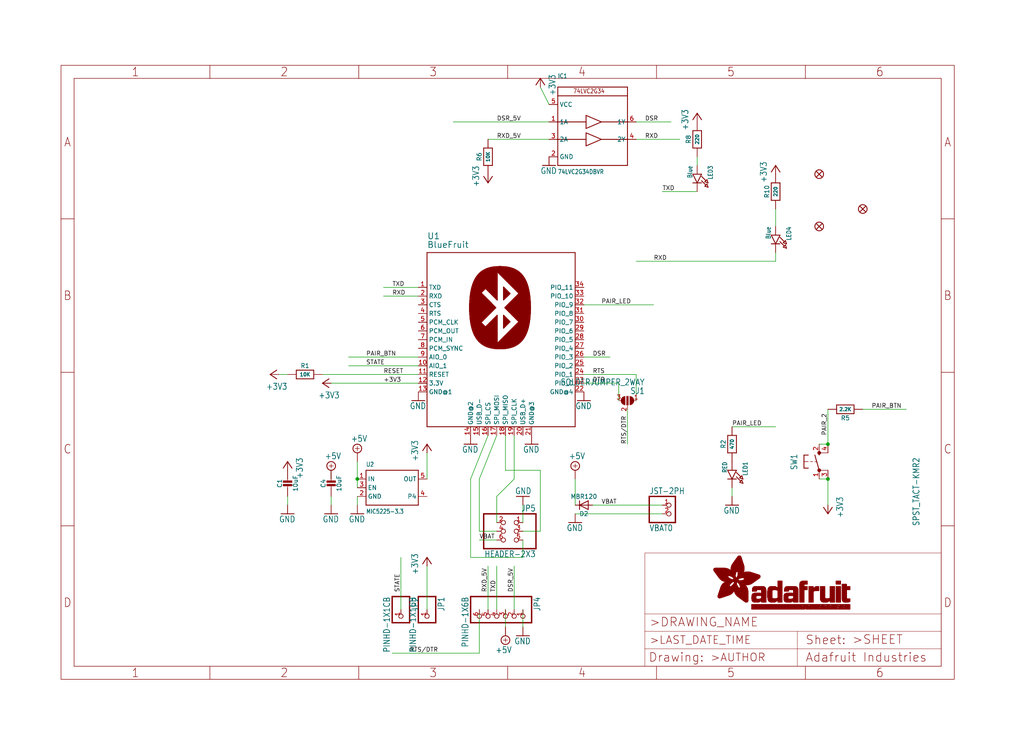
<source format=kicad_sch>
(kicad_sch (version 20211123) (generator eeschema)
  (paper "User" 298.45 217.881)
  (lib_symbols
    (symbol "eagleSchem-eagle-import:+3V3" (power)
      (property "Value" "+3V3" (at -2.54 -5.08 90))
      (symbol "+3V3_1_0"
        (pin power_in line (at 0 -2.54 90) (length 2.54) (name "+3V3") (number "1"))
      )
    )
    (symbol "eagleSchem-eagle-import:+5V" (power)
      (property "Value" "+5V" (at -1.905 3.175 0))
      (symbol "+5V_1_0"
        (pin power_in line (at 0 -2.54 90) (length 2.54) (name "+5V") (number "1"))
      )
    )
    (symbol "eagleSchem-eagle-import:74LVC2G34DBVR"
      (property "Reference" "IC" (at -7.62 15.24 0))
      (property "Value" "74LVC2G34DBVR" (at -7.62 -12.7 0))
      (symbol "74LVC2G34DBVR_1_0"
        (text "74LVC2G34" (at -3.175 10.795 0) (effects (font (size 1.27 1.0795)) (justify left bottom)))
        (pin input line (at -10.16 2.54 0) (length 2.54) (name "1A") (number "1"))
        (pin power_in line (at -10.16 -7.62 0) (length 2.54) (name "GND") (number "2"))
        (pin input line (at -10.16 -2.54 0) (length 2.54) (name "2A") (number "3"))
        (pin output line (at 15.24 -2.54 180) (length 2.54) (name "2Y") (number "4"))
        (pin power_in line (at -10.16 7.62 0) (length 2.54) (name "VCC") (number "5"))
        (pin output line (at 15.24 2.54 180) (length 2.54) (name "1Y") (number "6"))
      )
    )
    (symbol "eagleSchem-eagle-import:BLUETOOTH_MODULE"
      (property "Reference" "U" (at -20.32 29.21 0))
      (property "Value" "BLUETOOTH_MODULE" (at -20.32 26.67 0))
      (symbol "BLUETOOTH_MODULE_1_0"
        (pin bidirectional line (at -22.86 15.24 0) (length 2.54) (name "TXD") (number "1"))
        (pin bidirectional line (at -22.86 -7.62 0) (length 2.54) (name "AIO_1") (number "10"))
        (pin bidirectional line (at -22.86 -10.16 0) (length 2.54) (name "RESET") (number "11"))
        (pin power_in line (at -22.86 -12.7 0) (length 2.54) (name "3.3V") (number "12"))
        (pin power_in line (at -22.86 -15.24 0) (length 2.54) (name "GND@1") (number "13"))
        (pin power_in line (at -7.62 -27.94 90) (length 2.54) (name "GND@2") (number "14"))
        (pin bidirectional line (at -5.08 -27.94 90) (length 2.54) (name "USB_D-") (number "15"))
        (pin bidirectional line (at -2.54 -27.94 90) (length 2.54) (name "SPI_CS") (number "16"))
        (pin bidirectional line (at 0 -27.94 90) (length 2.54) (name "SPI_MOSI") (number "17"))
        (pin bidirectional line (at 2.54 -27.94 90) (length 2.54) (name "SPI_MISO") (number "18"))
        (pin bidirectional line (at 5.08 -27.94 90) (length 2.54) (name "SPI_CLK") (number "19"))
        (pin bidirectional line (at -22.86 12.7 0) (length 2.54) (name "RXD") (number "2"))
        (pin bidirectional line (at 7.62 -27.94 90) (length 2.54) (name "USB_D+") (number "20"))
        (pin power_in line (at 10.16 -27.94 90) (length 2.54) (name "GND@3") (number "21"))
        (pin power_in line (at 25.4 -15.24 180) (length 2.54) (name "GND@4") (number "22"))
        (pin bidirectional line (at 25.4 -12.7 180) (length 2.54) (name "PIO_0") (number "23"))
        (pin bidirectional line (at 25.4 -10.16 180) (length 2.54) (name "PIO_1") (number "24"))
        (pin bidirectional line (at 25.4 -7.62 180) (length 2.54) (name "PIO_2") (number "25"))
        (pin bidirectional line (at 25.4 -5.08 180) (length 2.54) (name "PIO_3") (number "26"))
        (pin bidirectional line (at 25.4 -2.54 180) (length 2.54) (name "PIO_4") (number "27"))
        (pin bidirectional line (at 25.4 0 180) (length 2.54) (name "PIO_5") (number "28"))
        (pin bidirectional line (at 25.4 2.54 180) (length 2.54) (name "PIO_6") (number "29"))
        (pin bidirectional line (at -22.86 10.16 0) (length 2.54) (name "CTS") (number "3"))
        (pin bidirectional line (at 25.4 5.08 180) (length 2.54) (name "PIO_7") (number "30"))
        (pin bidirectional line (at 25.4 7.62 180) (length 2.54) (name "PIO_8") (number "31"))
        (pin bidirectional line (at 25.4 10.16 180) (length 2.54) (name "PIO_9") (number "32"))
        (pin bidirectional line (at 25.4 12.7 180) (length 2.54) (name "PIO_10") (number "33"))
        (pin bidirectional line (at 25.4 15.24 180) (length 2.54) (name "PIO_11") (number "34"))
        (pin bidirectional line (at -22.86 7.62 0) (length 2.54) (name "RTS") (number "4"))
        (pin bidirectional line (at -22.86 5.08 0) (length 2.54) (name "PCM_CLK") (number "5"))
        (pin bidirectional line (at -22.86 2.54 0) (length 2.54) (name "PCM_OUT") (number "6"))
        (pin bidirectional line (at -22.86 0 0) (length 2.54) (name "PCM_IN") (number "7"))
        (pin bidirectional line (at -22.86 -2.54 0) (length 2.54) (name "PCM_SYNC") (number "8"))
        (pin bidirectional line (at -22.86 -5.08 0) (length 2.54) (name "AIO_0") (number "9"))
      )
    )
    (symbol "eagleSchem-eagle-import:CAP_CERAMIC0805-NOOUTLINE"
      (property "Reference" "C" (at -2.29 1.25 90))
      (property "Value" "CAP_CERAMIC0805-NOOUTLINE" (at 2.3 1.25 90))
      (symbol "CAP_CERAMIC0805-NOOUTLINE_1_0"
        (pin passive line (at 0 5.08 270) (length 2.54) (name "1") (number "1"))
        (pin passive line (at 0 -2.54 90) (length 2.54) (name "2") (number "2"))
      )
    )
    (symbol "eagleSchem-eagle-import:DIODESOD-123"
      (property "Reference" "D" (at 0 2.54 0))
      (property "Value" "DIODESOD-123" (at 0 -2.5 0))
      (symbol "DIODESOD-123_1_0"
        (pin passive line (at -2.54 0 0) (length 2.54) (name "A") (number "A"))
        (pin passive line (at 2.54 0 180) (length 2.54) (name "C") (number "C"))
      )
    )
    (symbol "eagleSchem-eagle-import:FIDUCIAL{dblquote}{dblquote}")
    (symbol "eagleSchem-eagle-import:FRAME_A4_ADAFRUIT"
      (symbol "FRAME_A4_ADAFRUIT_1_0"
        (text "1" (at 21.6958 1.905 0) (effects (font (size 2.54 2.286))))
        (text "1" (at 21.6958 177.165 0) (effects (font (size 2.54 2.286))))
        (text "2" (at 65.0875 1.905 0) (effects (font (size 2.54 2.286))))
        (text "2" (at 65.0875 177.165 0) (effects (font (size 2.54 2.286))))
        (text "3" (at 108.4792 1.905 0) (effects (font (size 2.54 2.286))))
        (text "3" (at 108.4792 177.165 0) (effects (font (size 2.54 2.286))))
        (text "4" (at 151.8708 1.905 0) (effects (font (size 2.54 2.286))))
        (text "4" (at 151.8708 177.165 0) (effects (font (size 2.54 2.286))))
        (text "5" (at 195.2625 1.905 0) (effects (font (size 2.54 2.286))))
        (text "5" (at 195.2625 177.165 0) (effects (font (size 2.54 2.286))))
        (text "6" (at 238.6542 1.905 0) (effects (font (size 2.54 2.286))))
        (text "6" (at 238.6542 177.165 0) (effects (font (size 2.54 2.286))))
        (text ">AUTHOR" (at 189.23 5.08 0) (effects (font (size 2.286 2.286)) (justify left bottom)))
        (text ">DRAWING_NAME" (at 171.45 15.24 0) (effects (font (size 2.54 2.54)) (justify left bottom)))
        (text ">LAST_DATE_TIME" (at 171.45 10.16 0) (effects (font (size 2.286 2.286)) (justify left bottom)))
        (text ">SHEET" (at 230.505 10.16 0) (effects (font (size 2.54 2.54)) (justify left bottom)))
        (text "A" (at 1.905 156.6863 0) (effects (font (size 2.54 2.286))))
        (text "A" (at 258.445 156.6863 0) (effects (font (size 2.54 2.286))))
        (text "Adafruit Industries" (at 216.916 4.953 0) (effects (font (size 2.54 2.54)) (justify left bottom)))
        (text "B" (at 1.905 111.9188 0) (effects (font (size 2.54 2.286))))
        (text "B" (at 258.445 111.9188 0) (effects (font (size 2.54 2.286))))
        (text "C" (at 1.905 67.1513 0) (effects (font (size 2.54 2.286))))
        (text "C" (at 258.445 67.1513 0) (effects (font (size 2.54 2.286))))
        (text "D" (at 1.905 22.3838 0) (effects (font (size 2.54 2.286))))
        (text "D" (at 258.445 22.3838 0) (effects (font (size 2.54 2.286))))
        (text "Drawing:" (at 171.196 4.953 0) (effects (font (size 2.54 2.54)) (justify left bottom)))
        (text "Sheet:" (at 216.916 10.033 0) (effects (font (size 2.54 2.54)) (justify left bottom)))
      )
    )
    (symbol "eagleSchem-eagle-import:GND" (power)
      (property "Value" "GND" (at -2.54 -2.54 0))
      (symbol "GND_1_0"
        (pin power_in line (at 0 2.54 270) (length 2.54) (name "GND") (number "1"))
      )
    )
    (symbol "eagleSchem-eagle-import:HEADER-2X3"
      (property "Reference" "JP" (at -8.89 5.715 0))
      (property "Value" "HEADER-2X3" (at -8.89 -7.62 0))
      (symbol "HEADER-2X3_1_0"
        (pin passive inverted (at -5.08 2.54 0) (length 2.54) (name "1") (number "1"))
        (pin passive inverted (at 2.54 2.54 180) (length 2.54) (name "2") (number "2"))
        (pin passive inverted (at -5.08 0 0) (length 2.54) (name "3") (number "3"))
        (pin passive inverted (at 2.54 0 180) (length 2.54) (name "4") (number "4"))
        (pin passive inverted (at -5.08 -2.54 0) (length 2.54) (name "5") (number "5"))
        (pin passive inverted (at 2.54 -2.54 180) (length 2.54) (name "6") (number "6"))
      )
    )
    (symbol "eagleSchem-eagle-import:JST_2PIN-SMT-RA"
      (property "Reference" "CN" (at -6.35 5.715 0))
      (property "Value" "JST_2PIN-SMT-RA" (at -6.35 -5.08 0))
      (symbol "JST_2PIN-SMT-RA_1_0"
        (pin passive inverted (at -2.54 0 0) (length 2.54) (name "2") (number "1"))
        (pin passive inverted (at -2.54 2.54 0) (length 2.54) (name "1") (number "2"))
      )
    )
    (symbol "eagleSchem-eagle-import:LED0805_NOOUTLINE"
      (property "Reference" "LED" (at -5.08 3.175 0))
      (property "Value" "LED0805_NOOUTLINE" (at -5.08 -2.794 0))
      (symbol "LED0805_NOOUTLINE_1_0"
        (pin passive line (at -5.08 0 0) (length 2.54) (name "A") (number "A"))
        (pin passive line (at 2.54 0 180) (length 2.54) (name "C") (number "C"))
      )
    )
    (symbol "eagleSchem-eagle-import:PINHD-1X1CB"
      (property "Reference" "JP" (at -6.35 3.175 0))
      (property "Value" "PINHD-1X1CB" (at -6.35 -5.08 0))
      (symbol "PINHD-1X1CB_1_0"
        (pin passive inverted (at -2.54 0 0) (length 2.54) (name "1") (number "1"))
      )
    )
    (symbol "eagleSchem-eagle-import:PINHD-1X6B"
      (property "Reference" "JP" (at -6.35 10.795 0))
      (property "Value" "PINHD-1X6B" (at -6.35 -10.16 0))
      (symbol "PINHD-1X6B_1_0"
        (pin passive inverted (at -2.54 7.62 0) (length 2.54) (name "1") (number "1"))
        (pin passive inverted (at -2.54 5.08 0) (length 2.54) (name "2") (number "2"))
        (pin passive inverted (at -2.54 2.54 0) (length 2.54) (name "3") (number "3"))
        (pin passive inverted (at -2.54 0 0) (length 2.54) (name "4") (number "4"))
        (pin passive inverted (at -2.54 -2.54 0) (length 2.54) (name "5") (number "5"))
        (pin passive inverted (at -2.54 -5.08 0) (length 2.54) (name "6") (number "6"))
      )
    )
    (symbol "eagleSchem-eagle-import:RESISTOR0805_NOOUTLINE"
      (property "Reference" "R" (at 0 2.54 0))
      (property "Value" "RESISTOR0805_NOOUTLINE" (at 0 0 0))
      (symbol "RESISTOR0805_NOOUTLINE_1_0"
        (pin passive line (at -5.08 0 0) (length 2.54) (name "1") (number "1"))
        (pin passive line (at 5.08 0 180) (length 2.54) (name "2") (number "2"))
      )
    )
    (symbol "eagleSchem-eagle-import:RESISTOR_0805MP"
      (property "Reference" "R" (at 0 2.54 0))
      (property "Value" "RESISTOR_0805MP" (at 0 0 0))
      (symbol "RESISTOR_0805MP_1_0"
        (pin passive line (at -5.08 0 0) (length 2.54) (name "1") (number "1"))
        (pin passive line (at 5.08 0 180) (length 2.54) (name "2") (number "2"))
      )
    )
    (symbol "eagleSchem-eagle-import:SOLDERJUMPER_2WAY"
      (property "Reference" "SJ" (at -5.08 -3.81 0))
      (property "Value" "SOLDERJUMPER_2WAY" (at -5.08 -6.35 0))
      (symbol "SOLDERJUMPER_2WAY_1_0"
        (pin passive line (at -2.54 0 0) (length 0) (name "1") (number "1"))
        (pin passive line (at 0 2.54 270) (length 0) (name "2") (number "2"))
        (pin passive line (at 2.54 0 180) (length 0) (name "3") (number "3"))
      )
    )
    (symbol "eagleSchem-eagle-import:SPST_TACT-KMR2"
      (property "Reference" "SW" (at -6.35 -2.54 90))
      (property "Value" "SPST_TACT-KMR2" (at -3.81 3.175 90))
      (symbol "SPST_TACT-KMR2_1_0"
        (pin passive line (at 0 -5.08 90) (length 2.54) (name "P") (number "1"))
        (pin passive line (at 0 5.08 270) (length 2.54) (name "S") (number "2"))
        (pin passive line (at 2.54 -5.08 90) (length 2.54) (name "P1") (number "3"))
        (pin passive line (at 2.54 5.08 270) (length 2.54) (name "S1") (number "4"))
      )
    )
    (symbol "eagleSchem-eagle-import:VREG_SOT23-5"
      (property "Reference" "U" (at -7.62 6.096 0))
      (property "Value" "VREG_SOT23-5" (at -7.62 -7.62 0))
      (symbol "VREG_SOT23-5_1_0"
        (pin power_in line (at -10.16 2.54 0) (length 2.54) (name "IN") (number "1"))
        (pin power_in line (at -10.16 -2.54 0) (length 2.54) (name "GND") (number "2"))
        (pin input line (at -10.16 0 0) (length 2.54) (name "EN") (number "3"))
        (pin bidirectional line (at 10.16 -2.54 180) (length 2.54) (name "P4") (number "4"))
        (pin power_in line (at 10.16 2.54 180) (length 2.54) (name "OUT") (number "5"))
      )
    )
  )
  (junction (at 241.3 139.7))
  (junction (at 241.3 129.54))
  (junction (at 104.14 139.7))
  (wire (pts (xy 185.42 109.22) (xy 185.42 116.84)))
  (wire (pts (xy 180.34 111.76) (xy 170.18 111.76)))
  (wire (pts (xy 96.52 111.76) (xy 121.92 111.76)))
  (wire (pts (xy 144.78 144.78) (xy 149.86 139.7)))
  (wire (pts (xy 226.06 66.04) (xy 226.06 60.96)))
  (wire (pts (xy 241.3 129.54) (xy 241.3 119.38)))
  (wire (pts (xy 157.48 154.94) (xy 152.4 154.94)))
  (wire (pts (xy 124.46 165.1) (xy 124.46 177.8)))
  (wire (pts (xy 144.78 177.8) (xy 144.78 165.1)))
  (wire (pts (xy 167.64 139.7) (xy 167.64 147.32)))
  (wire (pts (xy 139.7 139.7) (xy 144.78 127)))
  (wire (pts (xy 139.7 190.5) (xy 114.3 190.5)))
  (wire (pts (xy 142.24 127) (xy 137.16 139.7)))
  (wire (pts (xy 83.82 109.22) (xy 81.28 109.22)))
  (wire (pts (xy 203.2 48.26) (xy 203.2 45.72)))
  (wire (pts (xy 152.4 157.48) (xy 152.4 162.56)))
  (wire (pts (xy 238.76 139.7) (xy 241.3 139.7)))
  (wire (pts (xy 152.4 182.88) (xy 152.4 177.8)))
  (wire (pts (xy 182.88 119.38) (xy 182.88 129.54)))
  (wire (pts (xy 144.78 152.4) (xy 144.78 144.78)))
  (wire (pts (xy 185.42 40.64) (xy 198.12 40.64)))
  (wire (pts (xy 241.3 147.32) (xy 241.3 139.7)))
  (wire (pts (xy 96.52 147.32) (xy 96.52 144.78)))
  (wire (pts (xy 121.92 109.22) (xy 93.98 109.22)))
  (wire (pts (xy 149.86 177.8) (xy 149.86 165.1)))
  (wire (pts (xy 152.4 147.32) (xy 152.4 152.4)))
  (wire (pts (xy 157.48 25.4) (xy 160.02 30.48)))
  (wire (pts (xy 104.14 134.62) (xy 104.14 139.7)))
  (wire (pts (xy 170.18 88.9) (xy 190.5 88.9)))
  (wire (pts (xy 180.34 111.76) (xy 180.34 116.84)))
  (wire (pts (xy 96.52 139.7) (xy 96.52 137.16)))
  (wire (pts (xy 172.72 147.32) (xy 193.04 147.32)))
  (wire (pts (xy 185.42 35.56) (xy 195.58 35.56)))
  (wire (pts (xy 124.46 132.08) (xy 124.46 139.7)))
  (wire (pts (xy 170.18 109.22) (xy 185.42 109.22)))
  (wire (pts (xy 213.36 124.46) (xy 226.06 124.46)))
  (wire (pts (xy 149.86 139.7) (xy 149.86 127)))
  (wire (pts (xy 167.64 149.86) (xy 193.04 149.86)))
  (wire (pts (xy 147.32 182.88) (xy 147.32 177.8)))
  (wire (pts (xy 226.06 76.2) (xy 185.42 76.2)))
  (wire (pts (xy 160.02 40.64) (xy 142.24 40.64)))
  (wire (pts (xy 139.7 177.8) (xy 139.7 190.5)))
  (wire (pts (xy 226.06 76.2) (xy 226.06 73.66)))
  (wire (pts (xy 238.76 129.54) (xy 241.3 129.54)))
  (wire (pts (xy 157.48 137.16) (xy 157.48 154.94)))
  (wire (pts (xy 104.14 147.32) (xy 104.14 144.78)))
  (wire (pts (xy 137.16 162.56) (xy 137.16 139.7)))
  (wire (pts (xy 142.24 177.8) (xy 142.24 165.1)))
  (wire (pts (xy 116.84 177.8) (xy 116.84 162.56)))
  (wire (pts (xy 170.18 104.14) (xy 177.8 104.14)))
  (wire (pts (xy 203.2 55.88) (xy 193.04 55.88)))
  (wire (pts (xy 139.7 139.7) (xy 139.7 154.94)))
  (wire (pts (xy 104.14 139.7) (xy 104.14 142.24)))
  (wire (pts (xy 121.92 106.68) (xy 101.6 106.68)))
  (wire (pts (xy 147.32 137.16) (xy 157.48 137.16)))
  (wire (pts (xy 147.32 137.16) (xy 147.32 127)))
  (wire (pts (xy 83.82 147.32) (xy 83.82 144.78)))
  (wire (pts (xy 251.46 119.38) (xy 264.16 119.38)))
  (wire (pts (xy 121.92 86.36) (xy 111.76 86.36)))
  (wire (pts (xy 121.92 83.82) (xy 111.76 83.82)))
  (wire (pts (xy 213.36 144.78) (xy 213.36 142.24)))
  (wire (pts (xy 139.7 154.94) (xy 144.78 154.94)))
  (wire (pts (xy 144.78 157.48) (xy 139.7 157.48)))
  (wire (pts (xy 152.4 162.56) (xy 137.16 162.56)))
  (wire (pts (xy 132.08 35.56) (xy 160.02 35.56)))
  (wire (pts (xy 121.92 104.14) (xy 101.6 104.14)))
  (label "PAIR_BTN" (at 254 119.38 0) (effects (font (size 1.2446 1.2446))))
  (label "RESET" (at 111.76 109.22 0) (effects (font (size 1.2446 1.2446))))
  (label "PAIR_LED" (at 213.36 124.46 0) (effects (font (size 1.2446 1.2446))))
  (label "PAIR_BTN" (at 106.68 104.14 0) (effects (font (size 1.2446 1.2446))))
  (label "PAIR_2" (at 241.3 127 90) (effects (font (size 1.2446 1.2446))))
  (label "RXD" (at 190.5 76.2 0) (effects (font (size 1.2446 1.2446))))
  (label "RXD" (at 187.96 40.64 0) (effects (font (size 1.2446 1.2446))))
  (label "RTS/DTR" (at 182.88 129.54 90) (effects (font (size 1.2446 1.2446))))
  (label "TXD" (at 144.78 172.72 90) (effects (font (size 1.2446 1.2446))))
  (label "PAIR_LED" (at 175.26 88.9 0) (effects (font (size 1.2446 1.2446))))
  (label "DSR" (at 187.96 35.56 0) (effects (font (size 1.2446 1.2446))))
  (label "VBAT" (at 139.7 157.48 0) (effects (font (size 1.2446 1.2446))))
  (label "RXD_5V" (at 144.78 40.64 0) (effects (font (size 1.2446 1.2446))))
  (label "VBAT" (at 175.26 147.32 0) (effects (font (size 1.2446 1.2446))))
  (label "DTR" (at 172.72 111.76 0) (effects (font (size 1.2446 1.2446))))
  (label "TXD" (at 114.3 83.82 0) (effects (font (size 1.2446 1.2446))))
  (label "STATE" (at 116.84 172.72 90) (effects (font (size 1.2446 1.2446))))
  (label "+3V3" (at 111.76 111.76 0) (effects (font (size 1.2446 1.2446))))
  (label "RXD_5V" (at 142.24 172.72 90) (effects (font (size 1.2446 1.2446))))
  (label "RXD" (at 114.3 86.36 0) (effects (font (size 1.2446 1.2446))))
  (label "DSR_5V" (at 144.78 35.56 0) (effects (font (size 1.2446 1.2446))))
  (label "RTS/DTR" (at 119.38 190.5 0) (effects (font (size 1.2446 1.2446))))
  (label "DSR" (at 172.72 104.14 0) (effects (font (size 1.2446 1.2446))))
  (label "STATE" (at 106.68 106.68 0) (effects (font (size 1.2446 1.2446))))
  (label "DSR_5V" (at 149.86 172.72 90) (effects (font (size 1.2446 1.2446))))
  (label "TXD" (at 193.04 55.88 0) (effects (font (size 1.2446 1.2446))))
  (label "RTS" (at 172.72 109.22 0) (effects (font (size 1.2446 1.2446))))
  (symbol (lib_id "eagleSchem-eagle-import:GND") (at 104.14 149.86 0) (unit 1)
    (property "Reference" "#GND6" (effects hide))
    (property "Value" "GND" (at 101.6 152.4 0) (effects (font (size 1.778 1.5113)) (justify left bottom)))
    (property "Footprint" "eagleSchem:" (effects hide))
  )
  (symbol (lib_id "eagleSchem-eagle-import:BLUETOOTH_MODULE") (at 144.78 99.06 0) (unit 1)
    (property "Reference" "U1" (at 124.46 69.85 0) (effects (font (size 1.778 1.778)) (justify left bottom)))
    (property "Value" "BlueFruit" (at 124.46 72.39 0) (effects (font (size 1.778 1.778)) (justify left bottom)))
    (property "Footprint" "eagleSchem:BLUETOOTH_MODULE" (effects hide))
  )
  (symbol (lib_id "eagleSchem-eagle-import:GND") (at 160.02 48.26 0) (unit 1)
    (property "Reference" "#GND12" (effects hide))
    (property "Value" "GND" (at 157.48 50.8 0) (effects (font (size 1.778 1.5113)) (justify left bottom)))
    (property "Footprint" "eagleSchem:" (effects hide))
  )
  (symbol (lib_id "eagleSchem-eagle-import:PINHD-1X1CB") (at 116.84 180.34 270) (unit 1)
    (property "Reference" "JP2" (at 120.015 173.99 0) (effects (font (size 1.778 1.5113)) (justify left bottom)))
    (property "Value" "PINHD-1X1CB" (at 111.76 173.99 0) (effects (font (size 1.778 1.5113)) (justify left bottom)))
    (property "Footprint" "eagleSchem:1X01-CLEANBIG" (effects hide))
  )
  (symbol (lib_id "eagleSchem-eagle-import:GND") (at 213.36 147.32 0) (unit 1)
    (property "Reference" "#GND10" (effects hide))
    (property "Value" "GND" (at 210.82 149.86 0) (effects (font (size 1.778 1.5113)) (justify left bottom)))
    (property "Footprint" "eagleSchem:" (effects hide))
  )
  (symbol (lib_id "eagleSchem-eagle-import:CAP_CERAMIC0805-NOOUTLINE") (at 96.52 142.24 0) (unit 1)
    (property "Reference" "C4" (at 94.23 140.99 90))
    (property "Value" "10uF" (at 98.82 140.99 90))
    (property "Footprint" "eagleSchem:0805-NO" (effects hide))
  )
  (symbol (lib_id "eagleSchem-eagle-import:GND") (at 96.52 149.86 0) (unit 1)
    (property "Reference" "#GND7" (effects hide))
    (property "Value" "GND" (at 93.98 152.4 0) (effects (font (size 1.778 1.5113)) (justify left bottom)))
    (property "Footprint" "eagleSchem:" (effects hide))
  )
  (symbol (lib_id "eagleSchem-eagle-import:FRAME_A4_ADAFRUIT") (at 17.78 198.12 0) (unit 1)
    (property "Reference" "#U$1" (effects hide))
    (property "Value" "FRAME_A4_ADAFRUIT" (effects hide))
    (property "Footprint" "eagleSchem:" (effects hide))
  )
  (symbol (lib_id "eagleSchem-eagle-import:+3V3") (at 78.74 109.22 90) (unit 1)
    (property "Reference" "#+3V6" (effects hide))
    (property "Value" "+3V3" (at 83.82 111.76 90) (effects (font (size 1.778 1.5113)) (justify left bottom)))
    (property "Footprint" "eagleSchem:" (effects hide))
  )
  (symbol (lib_id "eagleSchem-eagle-import:SOLDERJUMPER_2WAY") (at 182.88 116.84 180) (unit 1)
    (property "Reference" "SJ1" (at 187.96 113.03 0) (effects (font (size 1.778 1.5113)) (justify left bottom)))
    (property "Value" "SOLDERJUMPER_2WAY" (at 187.96 110.49 0) (effects (font (size 1.778 1.5113)) (justify left bottom)))
    (property "Footprint" "eagleSchem:SOLDERJUMPER_2WAY_OPEN_NOPASTE" (effects hide))
  )
  (symbol (lib_id "eagleSchem-eagle-import:FIDUCIAL{dblquote}{dblquote}") (at 251.46 60.96 0) (unit 1)
    (property "Reference" "FID1" (effects hide))
    (property "Value" "FIDUCIAL{dblquote}{dblquote}" (effects hide))
    (property "Footprint" "eagleSchem:FIDUCIAL_1MM" (effects hide))
  )
  (symbol (lib_id "eagleSchem-eagle-import:+3V3") (at 142.24 53.34 0) (mirror x) (unit 1)
    (property "Reference" "#+3V10" (effects hide))
    (property "Value" "+3V3" (at 139.7 48.26 90) (effects (font (size 1.778 1.5113)) (justify left bottom)))
    (property "Footprint" "eagleSchem:" (effects hide))
  )
  (symbol (lib_id "eagleSchem-eagle-import:RESISTOR0805_NOOUTLINE") (at 213.36 129.54 90) (unit 1)
    (property "Reference" "R2" (at 210.82 129.54 0))
    (property "Value" "470" (at 213.36 129.54 0) (effects (font (size 1.016 1.016) bold)))
    (property "Footprint" "eagleSchem:0805-NO" (effects hide))
  )
  (symbol (lib_id "eagleSchem-eagle-import:74LVC2G34DBVR") (at 170.18 38.1 0) (unit 1)
    (property "Reference" "IC1" (at 162.56 22.86 0) (effects (font (size 1.27 1.0795)) (justify left bottom)))
    (property "Value" "74LVC2G34DBVR" (at 162.56 50.8 0) (effects (font (size 1.27 1.0795)) (justify left bottom)))
    (property "Footprint" "eagleSchem:SOT23-6" (effects hide))
  )
  (symbol (lib_id "eagleSchem-eagle-import:DIODESOD-123") (at 170.18 147.32 180) (unit 1)
    (property "Reference" "D2" (at 170.18 149.86 0))
    (property "Value" "MBR120" (at 170.18 144.82 0))
    (property "Footprint" "eagleSchem:SOD-123" (effects hide))
  )
  (symbol (lib_id "eagleSchem-eagle-import:+5V") (at 147.32 185.42 180) (unit 1)
    (property "Reference" "#SUPPLY5" (effects hide))
    (property "Value" "+5V" (at 149.225 188.595 0) (effects (font (size 1.778 1.5113)) (justify left bottom)))
    (property "Footprint" "eagleSchem:" (effects hide))
  )
  (symbol (lib_id "eagleSchem-eagle-import:FIDUCIAL{dblquote}{dblquote}") (at 238.76 66.04 0) (unit 1)
    (property "Reference" "FID3" (effects hide))
    (property "Value" "FIDUCIAL{dblquote}{dblquote}" (effects hide))
    (property "Footprint" "eagleSchem:FIDUCIAL_1MM" (effects hide))
  )
  (symbol (lib_id "eagleSchem-eagle-import:+5V") (at 104.14 132.08 0) (unit 1)
    (property "Reference" "#SUPPLY2" (effects hide))
    (property "Value" "+5V" (at 102.235 128.905 0) (effects (font (size 1.778 1.5113)) (justify left bottom)))
    (property "Footprint" "eagleSchem:" (effects hide))
  )
  (symbol (lib_id "eagleSchem-eagle-import:+3V3") (at 93.98 111.76 90) (unit 1)
    (property "Reference" "#+3V3" (effects hide))
    (property "Value" "+3V3" (at 99.06 114.3 90) (effects (font (size 1.778 1.5113)) (justify left bottom)))
    (property "Footprint" "eagleSchem:" (effects hide))
  )
  (symbol (lib_id "eagleSchem-eagle-import:HEADER-2X3") (at 147.32 154.94 0) (mirror y) (unit 1)
    (property "Reference" "JP5" (at 156.21 149.225 0) (effects (font (size 1.778 1.5113)) (justify left bottom)))
    (property "Value" "HEADER-2X3" (at 156.21 162.56 0) (effects (font (size 1.778 1.5113)) (justify left bottom)))
    (property "Footprint" "eagleSchem:2X03_ROUND_70MIL" (effects hide))
  )
  (symbol (lib_id "eagleSchem-eagle-import:GND") (at 83.82 149.86 0) (unit 1)
    (property "Reference" "#GND8" (effects hide))
    (property "Value" "GND" (at 81.28 152.4 0) (effects (font (size 1.778 1.5113)) (justify left bottom)))
    (property "Footprint" "eagleSchem:" (effects hide))
  )
  (symbol (lib_id "eagleSchem-eagle-import:+3V3") (at 203.2 33.02 0) (unit 1)
    (property "Reference" "#+3V4" (effects hide))
    (property "Value" "+3V3" (at 200.66 38.1 90) (effects (font (size 1.778 1.5113)) (justify left bottom)))
    (property "Footprint" "eagleSchem:" (effects hide))
  )
  (symbol (lib_id "eagleSchem-eagle-import:GND") (at 170.18 116.84 0) (unit 1)
    (property "Reference" "#GND3" (effects hide))
    (property "Value" "GND" (at 167.64 119.38 0) (effects (font (size 1.778 1.5113)) (justify left bottom)))
    (property "Footprint" "eagleSchem:" (effects hide))
  )
  (symbol (lib_id "eagleSchem-eagle-import:+3V3") (at 83.82 134.62 0) (mirror y) (unit 1)
    (property "Reference" "#+3V2" (effects hide))
    (property "Value" "+3V3" (at 86.36 139.7 90) (effects (font (size 1.778 1.5113)) (justify left bottom)))
    (property "Footprint" "eagleSchem:" (effects hide))
  )
  (symbol (lib_id "eagleSchem-eagle-import:RESISTOR0805_NOOUTLINE") (at 246.38 119.38 180) (unit 1)
    (property "Reference" "R5" (at 246.38 121.92 0))
    (property "Value" "2.2K" (at 246.38 119.38 0) (effects (font (size 1.016 1.016) bold)))
    (property "Footprint" "eagleSchem:0805-NO" (effects hide))
  )
  (symbol (lib_id "eagleSchem-eagle-import:+3V3") (at 157.48 22.86 0) (mirror y) (unit 1)
    (property "Reference" "#+3V9" (effects hide))
    (property "Value" "+3V3" (at 160.02 27.94 90) (effects (font (size 1.778 1.5113)) (justify left bottom)))
    (property "Footprint" "eagleSchem:" (effects hide))
  )
  (symbol (lib_id "eagleSchem-eagle-import:GND") (at 137.16 129.54 0) (unit 1)
    (property "Reference" "#GND1" (effects hide))
    (property "Value" "GND" (at 134.62 132.08 0) (effects (font (size 1.778 1.5113)) (justify left bottom)))
    (property "Footprint" "eagleSchem:" (effects hide))
  )
  (symbol (lib_id "eagleSchem-eagle-import:PINHD-1X1CB") (at 124.46 180.34 270) (unit 1)
    (property "Reference" "JP1" (at 127.635 173.99 0) (effects (font (size 1.778 1.5113)) (justify left bottom)))
    (property "Value" "PINHD-1X1CB" (at 119.38 173.99 0) (effects (font (size 1.778 1.5113)) (justify left bottom)))
    (property "Footprint" "eagleSchem:1X01-CLEANBIG" (effects hide))
  )
  (symbol (lib_id "eagleSchem-eagle-import:PINHD-1X6B") (at 144.78 180.34 270) (unit 1)
    (property "Reference" "JP4" (at 155.575 173.99 0) (effects (font (size 1.778 1.5113)) (justify left bottom)))
    (property "Value" "PINHD-1X6B" (at 134.62 173.99 0) (effects (font (size 1.778 1.5113)) (justify left bottom)))
    (property "Footprint" "eagleSchem:1X06-BIG" (effects hide))
  )
  (symbol (lib_id "eagleSchem-eagle-import:GND") (at 121.92 116.84 0) (unit 1)
    (property "Reference" "#GND4" (effects hide))
    (property "Value" "GND" (at 119.38 119.38 0) (effects (font (size 1.778 1.5113)) (justify left bottom)))
    (property "Footprint" "eagleSchem:" (effects hide))
  )
  (symbol (lib_id "eagleSchem-eagle-import:SPST_TACT-KMR2") (at 238.76 134.62 0) (unit 1)
    (property "Reference" "SW1" (at 232.41 137.16 90) (effects (font (size 1.778 1.5113)) (justify left bottom)))
    (property "Value" "SPST_TACT-KMR2" (at 266.065 133.35 90) (effects (font (size 1.778 1.5113)) (justify right top)))
    (property "Footprint" "eagleSchem:KMR2" (effects hide))
  )
  (symbol (lib_id "eagleSchem-eagle-import:RESISTOR0805_NOOUTLINE") (at 226.06 55.88 90) (unit 1)
    (property "Reference" "R10" (at 223.52 55.88 0))
    (property "Value" "220" (at 226.06 55.88 0) (effects (font (size 1.016 1.016) bold)))
    (property "Footprint" "eagleSchem:0805-NO" (effects hide))
  )
  (symbol (lib_id "eagleSchem-eagle-import:LED0805_NOOUTLINE") (at 226.06 71.12 270) (unit 1)
    (property "Reference" "LED4" (at 229.235 66.04 0) (effects (font (size 1.27 1.0795)) (justify left bottom)))
    (property "Value" "Blue" (at 223.266 66.04 0) (effects (font (size 1.27 1.0795)) (justify left bottom)))
    (property "Footprint" "eagleSchem:CHIPLED_0805_NOOUTLINE" (effects hide))
  )
  (symbol (lib_id "eagleSchem-eagle-import:RESISTOR0805_NOOUTLINE") (at 88.9 109.22 0) (unit 1)
    (property "Reference" "R1" (at 88.9 106.68 0))
    (property "Value" "10K" (at 88.9 109.22 0) (effects (font (size 1.016 1.016) bold)))
    (property "Footprint" "eagleSchem:0805-NO" (effects hide))
  )
  (symbol (lib_id "eagleSchem-eagle-import:GND") (at 152.4 144.78 180) (unit 1)
    (property "Reference" "#GND5" (effects hide))
    (property "Value" "GND" (at 154.94 142.24 0) (effects (font (size 1.778 1.5113)) (justify left bottom)))
    (property "Footprint" "eagleSchem:" (effects hide))
  )
  (symbol (lib_id "eagleSchem-eagle-import:LED0805_NOOUTLINE") (at 203.2 53.34 270) (unit 1)
    (property "Reference" "LED3" (at 206.375 48.26 0) (effects (font (size 1.27 1.0795)) (justify left bottom)))
    (property "Value" "Blue" (at 200.406 48.26 0) (effects (font (size 1.27 1.0795)) (justify left bottom)))
    (property "Footprint" "eagleSchem:CHIPLED_0805_NOOUTLINE" (effects hide))
  )
  (symbol (lib_id "eagleSchem-eagle-import:RESISTOR_0805MP") (at 142.24 45.72 90) (unit 1)
    (property "Reference" "R6" (at 139.7 45.72 0))
    (property "Value" "10K" (at 142.24 45.72 0) (effects (font (size 1.016 1.016) bold)))
    (property "Footprint" "eagleSchem:_0805MP" (effects hide))
  )
  (symbol (lib_id "eagleSchem-eagle-import:LED0805_NOOUTLINE") (at 213.36 139.7 270) (unit 1)
    (property "Reference" "LED1" (at 216.535 134.62 0) (effects (font (size 1.27 1.0795)) (justify left bottom)))
    (property "Value" "RED" (at 210.566 134.62 0) (effects (font (size 1.27 1.0795)) (justify left bottom)))
    (property "Footprint" "eagleSchem:CHIPLED_0805_NOOUTLINE" (effects hide))
  )
  (symbol (lib_id "eagleSchem-eagle-import:+3V3") (at 124.46 162.56 0) (unit 1)
    (property "Reference" "#+3V5" (effects hide))
    (property "Value" "+3V3" (at 121.92 167.64 90) (effects (font (size 1.778 1.5113)) (justify left bottom)))
    (property "Footprint" "eagleSchem:" (effects hide))
  )
  (symbol (lib_id "eagleSchem-eagle-import:JST_2PIN-SMT-RA") (at 195.58 147.32 0) (mirror x) (unit 1)
    (property "Reference" "VBAT0" (at 189.23 153.035 0) (effects (font (size 1.778 1.5113)) (justify left bottom)))
    (property "Value" "JST-2PH" (at 189.23 142.24 0) (effects (font (size 1.778 1.5113)) (justify left bottom)))
    (property "Footprint" "eagleSchem:JST-PH-2-SMT-RA" (effects hide))
  )
  (symbol (lib_id "eagleSchem-eagle-import:+3V3") (at 124.46 129.54 0) (unit 1)
    (property "Reference" "#+3V1" (effects hide))
    (property "Value" "+3V3" (at 121.92 134.62 90) (effects (font (size 1.778 1.5113)) (justify left bottom)))
    (property "Footprint" "eagleSchem:" (effects hide))
  )
  (symbol (lib_id "eagleSchem-eagle-import:GND") (at 152.4 185.42 0) (unit 1)
    (property "Reference" "#GND9" (effects hide))
    (property "Value" "GND" (at 149.86 187.96 0) (effects (font (size 1.778 1.5113)) (justify left bottom)))
    (property "Footprint" "eagleSchem:" (effects hide))
  )
  (symbol (lib_id "eagleSchem-eagle-import:RESISTOR0805_NOOUTLINE") (at 203.2 40.64 90) (unit 1)
    (property "Reference" "R8" (at 200.66 40.64 0))
    (property "Value" "220" (at 203.2 40.64 0) (effects (font (size 1.016 1.016) bold)))
    (property "Footprint" "eagleSchem:0805-NO" (effects hide))
  )
  (symbol (lib_id "eagleSchem-eagle-import:+5V") (at 96.52 137.16 0) (unit 1)
    (property "Reference" "#SUPPLY3" (effects hide))
    (property "Value" "+5V" (at 94.615 133.985 0) (effects (font (size 1.778 1.5113)) (justify left bottom)))
    (property "Footprint" "eagleSchem:" (effects hide))
  )
  (symbol (lib_id "eagleSchem-eagle-import:+3V3") (at 241.3 149.86 180) (unit 1)
    (property "Reference" "#+3V7" (effects hide))
    (property "Value" "+3V3" (at 243.84 144.78 90) (effects (font (size 1.778 1.5113)) (justify left bottom)))
    (property "Footprint" "eagleSchem:" (effects hide))
  )
  (symbol (lib_id "eagleSchem-eagle-import:VREG_SOT23-5") (at 114.3 142.24 0) (unit 1)
    (property "Reference" "U2" (at 106.68 136.144 0) (effects (font (size 1.27 1.0795)) (justify left bottom)))
    (property "Value" "MIC5225-3.3" (at 106.68 149.86 0) (effects (font (size 1.27 1.0795)) (justify left bottom)))
    (property "Footprint" "eagleSchem:SOT23-5" (effects hide))
  )
  (symbol (lib_id "eagleSchem-eagle-import:GND") (at 167.64 152.4 0) (unit 1)
    (property "Reference" "#GND14" (effects hide))
    (property "Value" "GND" (at 165.1 154.94 0) (effects (font (size 1.778 1.5113)) (justify left bottom)))
    (property "Footprint" "eagleSchem:" (effects hide))
  )
  (symbol (lib_id "eagleSchem-eagle-import:GND") (at 154.94 129.54 0) (unit 1)
    (property "Reference" "#GND2" (effects hide))
    (property "Value" "GND" (at 152.4 132.08 0) (effects (font (size 1.778 1.5113)) (justify left bottom)))
    (property "Footprint" "eagleSchem:" (effects hide))
  )
  (symbol (lib_id "eagleSchem-eagle-import:+5V") (at 167.64 137.16 0) (unit 1)
    (property "Reference" "#SUPPLY4" (effects hide))
    (property "Value" "+5V" (at 165.735 133.985 0) (effects (font (size 1.778 1.5113)) (justify left bottom)))
    (property "Footprint" "eagleSchem:" (effects hide))
  )
  (symbol (lib_id "eagleSchem-eagle-import:CAP_CERAMIC0805-NOOUTLINE") (at 83.82 142.24 0) (unit 1)
    (property "Reference" "C1" (at 81.53 140.99 90))
    (property "Value" "10uF" (at 86.12 140.99 90))
    (property "Footprint" "eagleSchem:0805-NO" (effects hide))
  )
  (symbol (lib_id "eagleSchem-eagle-import:+3V3") (at 226.06 48.26 0) (unit 1)
    (property "Reference" "#+3V8" (effects hide))
    (property "Value" "+3V3" (at 223.52 53.34 90) (effects (font (size 1.778 1.5113)) (justify left bottom)))
    (property "Footprint" "eagleSchem:" (effects hide))
  )
  (symbol (lib_id "eagleSchem-eagle-import:FIDUCIAL{dblquote}{dblquote}") (at 238.76 50.8 0) (unit 1)
    (property "Reference" "FID2" (effects hide))
    (property "Value" "FIDUCIAL{dblquote}{dblquote}" (effects hide))
    (property "Footprint" "eagleSchem:FIDUCIAL_1MM" (effects hide))
  )
)
</source>
